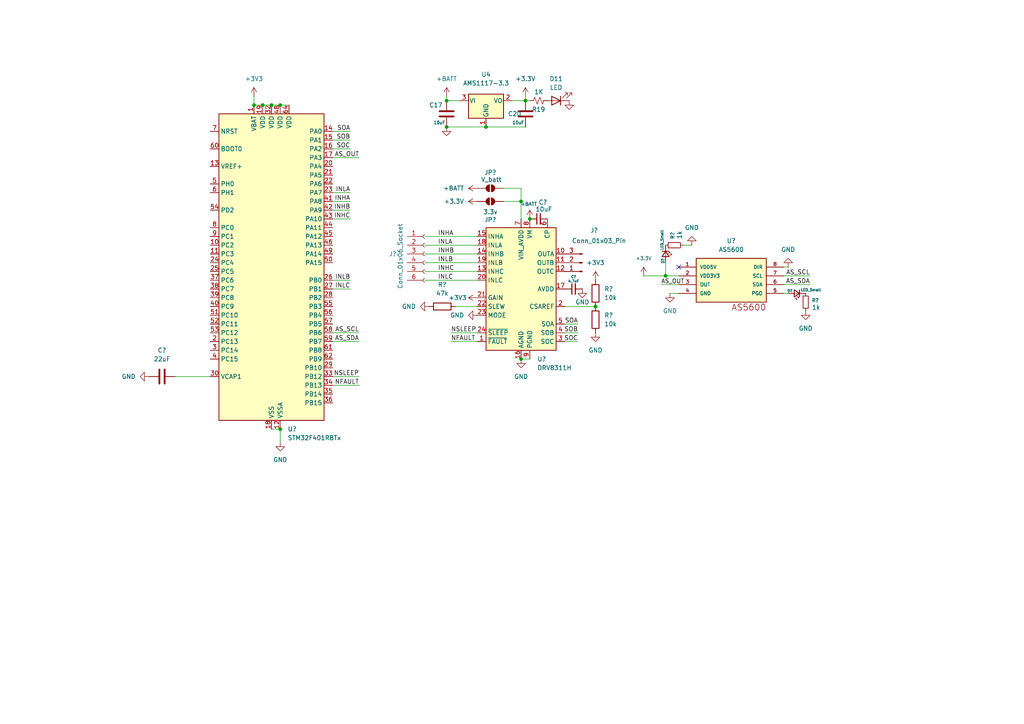
<source format=kicad_sch>
(kicad_sch (version 20250114) (generator "eeschema") (generator_version "9.0")
  (paper "A4")
  (title_block (title "FOC Controller"))
  (lib_symbols
    (symbol "+3.3V_1" (power) (pin_numbers (hide yes)) (pin_names (offset 0) (hide yes))
      (property "Value" "+3.3V" (at 0 3.556 0))
      (symbol "+3.3V_1_0_1"
        (polyline (pts (xy -0.762 1.27) (xy 0 2.54)))
        (polyline (pts (xy 0 2.54) (xy 0.762 1.27)))
        (polyline (pts (xy 0 0) (xy 0 2.54)))
      )
      (symbol "+3.3V_1_1_1"
        (pin power_in line (at 0 0 90) (length 0) (name "~") (number "1"))
      )
    )
    (symbol "+3.3V_2" (power) (pin_numbers (hide yes)) (pin_names (offset 0) (hide yes))
      (property "Value" "+3.3V" (at 0 3.556 0))
      (symbol "+3.3V_2_0_1"
        (polyline (pts (xy -0.762 1.27) (xy 0 2.54)))
        (polyline (pts (xy 0 2.54) (xy 0.762 1.27)))
        (polyline (pts (xy 0 0) (xy 0 2.54)))
      )
      (symbol "+3.3V_2_1_1"
        (pin power_in line (at 0 0 90) (length 0) (name "~") (number "1"))
      )
    )
    (symbol "AS5600:AS5600" (pin_names (offset 1.016))
      (property "Reference" "U" (at 0 0 0))
      (property "Value" "AS5600" (at 0 0 0))
      (symbol "AS5600_0_0"
        (rectangle (start -10.16 -7.62) (end 10.16 5.08) (stroke (width 0.254)) (fill (type background)))
        (text "AS5600" (at 0 -10.16 0) (effects (font (size 1.778 1.778)) (justify left bottom)))
        (pin power_in line (at -15.24 2.54 0) (length 5.08) (name "VDD5V") (number "1"))
        (pin power_in line (at -15.24 0 0) (length 5.08) (name "VDD3V3") (number "2"))
        (pin output line (at -15.24 -2.54 0) (length 5.08) (name "OUT") (number "3"))
        (pin power_in line (at -15.24 -5.08 0) (length 5.08) (name "GND") (number "4"))
        (pin input line (at 15.24 2.54 180) (length 5.08) (name "DIR") (number "8"))
        (pin input line (at 15.24 0 180) (length 5.08) (name "SCL") (number "7"))
        (pin bidirectional line (at 15.24 -2.54 180) (length 5.08) (name "SDA") (number "6"))
        (pin input line (at 15.24 -5.08 180) (length 5.08) (name "PGO") (number "5"))
      )
    )
    (symbol "Connector:Conn_01x03_Pin" (pin_names (offset 1.016) (hide yes))
      (property "Reference" "J" (at 0 5.08 0))
      (property "Value" "Conn_01x03_Pin" (at 0 -5.08 0))
      (symbol "Conn_01x03_Pin_1_1"
        (rectangle (start 0.8636 2.667) (end 0 2.413) (stroke (width 0.1524)) (fill (type outline)))
        (rectangle (start 0.8636 0.127) (end 0 -0.127) (stroke (width 0.1524)) (fill (type outline)))
        (rectangle (start 0.8636 -2.413) (end 0 -2.667) (stroke (width 0.1524)) (fill (type outline)))
        (polyline (pts (xy 1.27 2.54) (xy 0.8636 2.54)) (stroke (width 0.1524)))
        (polyline (pts (xy 1.27 0) (xy 0.8636 0)) (stroke (width 0.1524)))
        (polyline (pts (xy 1.27 -2.54) (xy 0.8636 -2.54)) (stroke (width 0.1524)))
        (pin passive line (at 5.08 2.54 180) (length 3.81) (name "Pin_1") (number "1"))
        (pin passive line (at 5.08 0 180) (length 3.81) (name "Pin_2") (number "2"))
        (pin passive line (at 5.08 -2.54 180) (length 3.81) (name "Pin_3") (number "3"))
      )
    )
    (symbol "Connector:Conn_01x06_Socket" (pin_names (offset 1.016) (hide yes))
      (property "Reference" "J" (at 0 7.62 0))
      (property "Value" "Conn_01x06_Socket" (at 0 -10.16 0))
      (symbol "Conn_01x06_Socket_1_1"
        (polyline (pts (xy -1.27 5.08) (xy -0.508 5.08)) (stroke (width 0.1524)))
        (polyline (pts (xy -1.27 2.54) (xy -0.508 2.54)) (stroke (width 0.1524)))
        (polyline (pts (xy -1.27 0) (xy -0.508 0)) (stroke (width 0.1524)))
        (polyline (pts (xy -1.27 -2.54) (xy -0.508 -2.54)) (stroke (width 0.1524)))
        (polyline (pts (xy -1.27 -5.08) (xy -0.508 -5.08)) (stroke (width 0.1524)))
        (polyline (pts (xy -1.27 -7.62) (xy -0.508 -7.62)) (stroke (width 0.1524)))
        (arc (start 0 4.572) (mid -0.5058 5.08) (end 0 5.588) (stroke (width 0.1524)))
        (arc (start 0 2.032) (mid -0.5058 2.54) (end 0 3.048) (stroke (width 0.1524)))
        (arc (start 0 -0.508) (mid -0.5058 0) (end 0 0.508) (stroke (width 0.1524)))
        (arc (start 0 -3.048) (mid -0.5058 -2.54) (end 0 -2.032) (stroke (width 0.1524)))
        (arc (start 0 -5.588) (mid -0.5058 -5.08) (end 0 -4.572) (stroke (width 0.1524)))
        (arc (start 0 -8.128) (mid -0.5058 -7.62) (end 0 -7.112) (stroke (width 0.1524)))
        (pin passive line (at -5.08 5.08 0) (length 3.81) (name "Pin_1") (number "1"))
        (pin passive line (at -5.08 2.54 0) (length 3.81) (name "Pin_2") (number "2"))
        (pin passive line (at -5.08 0 0) (length 3.81) (name "Pin_3") (number "3"))
        (pin passive line (at -5.08 -2.54 0) (length 3.81) (name "Pin_4") (number "4"))
        (pin passive line (at -5.08 -5.08 0) (length 3.81) (name "Pin_5") (number "5"))
        (pin passive line (at -5.08 -7.62 0) (length 3.81) (name "Pin_6") (number "6"))
      )
    )
    (symbol "Device:C" (pin_numbers (hide yes)) (pin_names (offset 0.254))
      (property "Reference" "C" (at 0.635 2.54 0))
      (property "Value" "C" (at 0.635 -2.54 0))
      (symbol "C_0_1"
        (polyline (pts (xy -2.032 0.762) (xy 2.032 0.762)) (stroke (width 0.508)))
        (polyline (pts (xy -2.032 -0.762) (xy 2.032 -0.762)) (stroke (width 0.508)))
      )
      (symbol "C_1_1"
        (pin passive line (at 0 3.81 270) (length 2.794) (name "~") (number "1"))
        (pin passive line (at 0 -3.81 90) (length 2.794) (name "~") (number "2"))
      )
    )
    (symbol "Device:C_Small" (pin_numbers (hide yes)) (pin_names (offset 0.254) (hide yes))
      (property "Reference" "C" (at 0.254 1.778 0))
      (property "Value" "C_Small" (at 0.254 -2.032 0))
      (symbol "C_Small_0_1"
        (polyline (pts (xy -1.524 0.508) (xy 1.524 0.508)) (stroke (width 0.3048)))
        (polyline (pts (xy -1.524 -0.508) (xy 1.524 -0.508)) (stroke (width 0.3302)))
      )
      (symbol "C_Small_1_1"
        (pin passive line (at 0 2.54 270) (length 2.032) (name "~") (number "1"))
        (pin passive line (at 0 -2.54 90) (length 2.032) (name "~") (number "2"))
      )
    )
    (symbol "Device:LED" (pin_numbers (hide yes)) (pin_names (offset 1.016) (hide yes))
      (property "Reference" "D" (at 0 2.54 0))
      (property "Value" "LED" (at 0 -2.54 0))
      (symbol "LED_0_1"
        (polyline (pts (xy -3.048 -0.762) (xy -4.572 -2.286) (xy -3.81 -2.286) (xy -4.572 -2.286) (xy -4.572 -1.524)))
        (polyline (pts (xy -1.778 -0.762) (xy -3.302 -2.286) (xy -2.54 -2.286) (xy -3.302 -2.286) (xy -3.302 -1.524)))
        (polyline (pts (xy -1.27 0) (xy 1.27 0)))
        (polyline (pts (xy -1.27 -1.27) (xy -1.27 1.27)) (stroke (width 0.254)))
        (polyline (pts (xy 1.27 -1.27) (xy 1.27 1.27) (xy -1.27 0) (xy 1.27 -1.27)) (stroke (width 0.254)))
      )
      (symbol "LED_1_1"
        (pin passive line (at -3.81 0 0) (length 2.54) (name "K") (number "1"))
        (pin passive line (at 3.81 0 180) (length 2.54) (name "A") (number "2"))
      )
    )
    (symbol "Device:LED_Small" (pin_numbers (hide yes)) (pin_names (offset 0.254) (hide yes))
      (property "Reference" "D" (at -1.27 3.175 0))
      (property "Value" "LED_Small" (at -4.445 -2.54 0))
      (symbol "LED_Small_0_1"
        (polyline (pts (xy -0.762 -1.016) (xy -0.762 1.016)) (stroke (width 0.254)))
        (polyline (pts (xy 0 0.762) (xy -0.508 1.27) (xy -0.254 1.27) (xy -0.508 1.27) (xy -0.508 1.016)))
        (polyline (pts (xy 0.508 1.27) (xy 0 1.778) (xy 0.254 1.778) (xy 0 1.778) (xy 0 1.524)))
        (polyline (pts (xy 0.762 -1.016) (xy -0.762 0) (xy 0.762 1.016) (xy 0.762 -1.016)) (stroke (width 0.254)))
        (polyline (pts (xy 1.016 0) (xy -0.762 0)))
      )
      (symbol "LED_Small_1_1"
        (pin passive line (at -2.54 0 0) (length 1.778) (name "K") (number "1"))
        (pin passive line (at 2.54 0 180) (length 1.778) (name "A") (number "2"))
      )
    )
    (symbol "Device:R" (pin_numbers (hide yes)) (pin_names (offset 0))
      (property "Reference" "R" (at 2.032 0 90))
      (property "Value" "R" (at 0 0 90))
      (symbol "R_0_1"
        (rectangle (start -1.016 -2.54) (end 1.016 2.54) (stroke (width 0.254)))
      )
      (symbol "R_1_1"
        (pin passive line (at 0 3.81 270) (length 1.27) (name "~") (number "1"))
        (pin passive line (at 0 -3.81 90) (length 1.27) (name "~") (number "2"))
      )
    )
    (symbol "Device:R_Small" (pin_numbers (hide yes)) (pin_names (offset 0.254) (hide yes))
      (property "Reference" "R" (at 0 0 90))
      (property "Value" "R_Small" (at 1.778 0 90))
      (symbol "R_Small_0_1"
        (rectangle (start -0.762 1.778) (end 0.762 -1.778) (stroke (width 0.2032)))
      )
      (symbol "R_Small_1_1"
        (pin passive line (at 0 2.54 270) (length 0.762) (name "~") (number "1"))
        (pin passive line (at 0 -2.54 90) (length 0.762) (name "~") (number "2"))
      )
    )
    (symbol "Device:R_Small_US" (pin_numbers (hide yes)) (pin_names (offset 0.254) (hide yes))
      (property "Reference" "R" (at 0.762 0.508 0))
      (property "Value" "R_Small_US" (at 0.762 -1.016 0))
      (symbol "R_Small_US_1_1"
        (polyline (pts (xy 0 1.524) (xy 1.016 1.143) (xy 0 0.762) (xy -1.016 0.381) (xy 0 0)))
        (polyline (pts (xy 0 0) (xy 1.016 -0.381) (xy 0 -0.762) (xy -1.016 -1.143) (xy 0 -1.524)))
        (pin passive line (at 0 2.54 270) (length 1.016) (name "~") (number "1"))
        (pin passive line (at 0 -2.54 90) (length 1.016) (name "~") (number "2"))
      )
    )
    (symbol "Driver_Motor:DRV8311H"
      (property "Reference" "U" (at -9.652 19.05 0))
      (property "Value" "DRV8311H" (at 9.652 19.05 0))
      (symbol "DRV8311H_0_1"
        (rectangle (start -10.16 17.78) (end 10.16 -17.78) (stroke (width 0.254)) (fill (type background)))
      )
      (symbol "DRV8311H_1_1"
        (pin input line (at -12.7 15.24 0) (length 2.54) (name "INHA") (number "15"))
        (pin input line (at -12.7 12.7 0) (length 2.54) (name "INLA") (number "18"))
        (pin input line (at -12.7 10.16 0) (length 2.54) (name "INHB") (number "14"))
        (pin input line (at -12.7 7.62 0) (length 2.54) (name "INLB") (number "19"))
        (pin input line (at -12.7 5.08 0) (length 2.54) (name "INHC") (number "13"))
        (pin input line (at -12.7 2.54 0) (length 2.54) (name "INLC") (number "20"))
        (pin input line (at -12.7 -2.54 0) (length 2.54) (name "GAIN") (number "21"))
        (pin input line (at -12.7 -5.08 0) (length 2.54) (name "SLEW") (number "22"))
        (pin input line (at -12.7 -7.62 0) (length 2.54) (name "MODE") (number "23"))
        (pin input line (at -12.7 -12.7 0) (length 2.54) (name "~{SLEEP}") (number "24"))
        (pin open_collector line (at -12.7 -15.24 0) (length 2.54) (name "~{FAULT}") (number "1"))
        (pin power_in line (at 0 20.32 270) (length 2.54) (name "VIN_AVDD") (number "7"))
        (pin power_in line (at 0 -20.32 90) (length 2.54) (name "AGND") (number "16"))
        (pin power_in line (at 2.54 20.32 270) (length 2.54) (name "VM") (number "8"))
        (pin passive line (at 2.54 -20.32 90) (length 2.54) (hide yes) (name "PGND") (number "25"))
        (pin power_in line (at 2.54 -20.32 90) (length 2.54) (name "PGND") (number "9"))
        (pin input line (at 7.62 20.32 270) (length 2.54) (name "CP") (number "6"))
        (pin tri_state line (at 12.7 10.16 180) (length 2.54) (name "OUTA") (number "10"))
        (pin tri_state line (at 12.7 7.62 180) (length 2.54) (name "OUTB") (number "11"))
        (pin tri_state line (at 12.7 5.08 180) (length 2.54) (name "OUTC") (number "12"))
        (pin power_out line (at 12.7 0 180) (length 2.54) (name "AVDD") (number "17"))
        (pin input line (at 12.7 -5.08 180) (length 2.54) (name "CSAREF") (number "2"))
        (pin output line (at 12.7 -10.16 180) (length 2.54) (name "SOA") (number "5"))
        (pin output line (at 12.7 -12.7 180) (length 2.54) (name "SOB") (number "4"))
        (pin output line (at 12.7 -15.24 180) (length 2.54) (name "SOC") (number "3"))
      )
    )
    (symbol "Jumper:SolderJumper_2_Open" (pin_numbers (hide yes)) (pin_names (offset 0) (hide yes)) (in_bom no)
      (property "Reference" "JP" (at 0 2.032 0))
      (property "Value" "SolderJumper_2_Open" (at 0 -2.54 0))
      (symbol "SolderJumper_2_Open_0_1"
        (polyline (pts (xy -0.254 1.016) (xy -0.254 -1.016)))
        (arc (start -0.254 -1.016) (mid -1.2656 0) (end -0.254 1.016))
        (arc (start -0.254 -1.016) (mid -1.2656 0) (end -0.254 1.016) (fill (type outline)))
        (arc (start 0.254 1.016) (mid 1.2656 0) (end 0.254 -1.016))
        (arc (start 0.254 1.016) (mid 1.2656 0) (end 0.254 -1.016) (fill (type outline)))
        (polyline (pts (xy 0.254 1.016) (xy 0.254 -1.016)))
      )
      (symbol "SolderJumper_2_Open_1_1"
        (pin passive line (at -3.81 0 0) (length 2.54) (name "A") (number "1"))
        (pin passive line (at 3.81 0 180) (length 2.54) (name "B") (number "2"))
      )
    )
    (symbol "MCU_ST_STM32F4:STM32F401RBTx"
      (property "Reference" "U" (at -15.24 46.99 0))
      (property "Value" "STM32F401RBTx" (at 7.62 46.99 0))
      (symbol "STM32F401RBTx_0_1"
        (rectangle (start -15.24 -43.18) (end 15.24 45.72) (stroke (width 0.254)) (fill (type background)))
      )
      (symbol "STM32F401RBTx_1_1"
        (pin input line (at -17.78 40.64 0) (length 2.54) (name "NRST") (number "7"))
        (pin input line (at -17.78 35.56 0) (length 2.54) (name "BOOT0") (number "60"))
        (pin input line (at -17.78 30.48 0) (length 2.54) (name "VREF+") (number "13"))
        (pin bidirectional line (at -17.78 25.4 0) (length 2.54) (name "PH0") (number "5"))
        (pin bidirectional line (at -17.78 22.86 0) (length 2.54) (name "PH1") (number "6"))
        (pin bidirectional line (at -17.78 17.78 0) (length 2.54) (name "PD2") (number "54"))
        (pin bidirectional line (at -17.78 12.7 0) (length 2.54) (name "PC0") (number "8"))
        (pin bidirectional line (at -17.78 10.16 0) (length 2.54) (name "PC1") (number "9"))
        (pin bidirectional line (at -17.78 7.62 0) (length 2.54) (name "PC2") (number "10"))
        (pin bidirectional line (at -17.78 5.08 0) (length 2.54) (name "PC3") (number "11"))
        (pin bidirectional line (at -17.78 2.54 0) (length 2.54) (name "PC4") (number "24"))
        (pin bidirectional line (at -17.78 0 0) (length 2.54) (name "PC5") (number "25"))
        (pin bidirectional line (at -17.78 -2.54 0) (length 2.54) (name "PC6") (number "37"))
        (pin bidirectional line (at -17.78 -5.08 0) (length 2.54) (name "PC7") (number "38"))
        (pin bidirectional line (at -17.78 -7.62 0) (length 2.54) (name "PC8") (number "39"))
        (pin bidirectional line (at -17.78 -10.16 0) (length 2.54) (name "PC9") (number "40"))
        (pin bidirectional line (at -17.78 -12.7 0) (length 2.54) (name "PC10") (number "51"))
        (pin bidirectional line (at -17.78 -15.24 0) (length 2.54) (name "PC11") (number "52"))
        (pin bidirectional line (at -17.78 -17.78 0) (length 2.54) (name "PC12") (number "53"))
        (pin bidirectional line (at -17.78 -20.32 0) (length 2.54) (name "PC13") (number "2"))
        (pin bidirectional line (at -17.78 -22.86 0) (length 2.54) (name "PC14") (number "3"))
        (pin bidirectional line (at -17.78 -25.4 0) (length 2.54) (name "PC15") (number "4"))
        (pin power_out line (at -17.78 -30.48 0) (length 2.54) (name "VCAP1") (number "30"))
        (pin power_in line (at -5.08 48.26 270) (length 2.54) (name "VBAT") (number "1"))
        (pin power_in line (at -2.54 48.26 270) (length 2.54) (name "VDD") (number "19"))
        (pin power_in line (at 0 48.26 270) (length 2.54) (name "VDD") (number "32"))
        (pin power_in line (at 0 -45.72 90) (length 2.54) (name "VSS") (number "18"))
        (pin passive line (at 0 -45.72 90) (length 2.54) (hide yes) (name "VSS") (number "31"))
        (pin passive line (at 0 -45.72 90) (length 2.54) (hide yes) (name "VSS") (number "47"))
        (pin passive line (at 0 -45.72 90) (length 2.54) (hide yes) (name "VSS") (number "63"))
        (pin power_in line (at 2.54 48.26 270) (length 2.54) (name "VDD") (number "48"))
        (pin power_in line (at 2.54 -45.72 90) (length 2.54) (name "VSSA") (number "12"))
        (pin power_in line (at 5.08 48.26 270) (length 2.54) (name "VDD") (number "64"))
        (pin bidirectional line (at 17.78 40.64 180) (length 2.54) (name "PA0") (number "14"))
        (pin bidirectional line (at 17.78 38.1 180) (length 2.54) (name "PA1") (number "15"))
        (pin bidirectional line (at 17.78 35.56 180) (length 2.54) (name "PA2") (number "16"))
        (pin bidirectional line (at 17.78 33.02 180) (length 2.54) (name "PA3") (number "17"))
        (pin bidirectional line (at 17.78 30.48 180) (length 2.54) (name "PA4") (number "20"))
        (pin bidirectional line (at 17.78 27.94 180) (length 2.54) (name "PA5") (number "21"))
        (pin bidirectional line (at 17.78 25.4 180) (length 2.54) (name "PA6") (number "22"))
        (pin bidirectional line (at 17.78 22.86 180) (length 2.54) (name "PA7") (number "23"))
        (pin bidirectional line (at 17.78 20.32 180) (length 2.54) (name "PA8") (number "41"))
        (pin bidirectional line (at 17.78 17.78 180) (length 2.54) (name "PA9") (number "42"))
        (pin bidirectional line (at 17.78 15.24 180) (length 2.54) (name "PA10") (number "43"))
        (pin bidirectional line (at 17.78 12.7 180) (length 2.54) (name "PA11") (number "44"))
        (pin bidirectional line (at 17.78 10.16 180) (length 2.54) (name "PA12") (number "45"))
        (pin bidirectional line (at 17.78 7.62 180) (length 2.54) (name "PA13") (number "46"))
        (pin bidirectional line (at 17.78 5.08 180) (length 2.54) (name "PA14") (number "49"))
        (pin bidirectional line (at 17.78 2.54 180) (length 2.54) (name "PA15") (number "50"))
        (pin bidirectional line (at 17.78 -2.54 180) (length 2.54) (name "PB0") (number "26"))
        (pin bidirectional line (at 17.78 -5.08 180) (length 2.54) (name "PB1") (number "27"))
        (pin bidirectional line (at 17.78 -7.62 180) (length 2.54) (name "PB2") (number "28"))
        (pin bidirectional line (at 17.78 -10.16 180) (length 2.54) (name "PB3") (number "55"))
        (pin bidirectional line (at 17.78 -12.7 180) (length 2.54) (name "PB4") (number "56"))
        (pin bidirectional line (at 17.78 -15.24 180) (length 2.54) (name "PB5") (number "57"))
        (pin bidirectional line (at 17.78 -17.78 180) (length 2.54) (name "PB6") (number "58"))
        (pin bidirectional line (at 17.78 -20.32 180) (length 2.54) (name "PB7") (number "59"))
        (pin bidirectional line (at 17.78 -22.86 180) (length 2.54) (name "PB8") (number "61"))
        (pin bidirectional line (at 17.78 -25.4 180) (length 2.54) (name "PB9") (number "62"))
        (pin bidirectional line (at 17.78 -27.94 180) (length 2.54) (name "PB10") (number "29"))
        (pin bidirectional line (at 17.78 -30.48 180) (length 2.54) (name "PB12") (number "33"))
        (pin bidirectional line (at 17.78 -33.02 180) (length 2.54) (name "PB13") (number "34"))
        (pin bidirectional line (at 17.78 -35.56 180) (length 2.54) (name "PB14") (number "35"))
        (pin bidirectional line (at 17.78 -38.1 180) (length 2.54) (name "PB15") (number "36"))
      )
    )
    (symbol "Regulator_Linear:AMS1117-3.3" (pin_names (offset 0.254))
      (property "Reference" "U" (at -3.81 3.175 0))
      (property "Value" "AMS1117-3.3" (at 0 3.175 0))
      (symbol "AMS1117-3.3_0_1"
        (rectangle (start -5.08 -5.08) (end 5.08 1.905) (stroke (width 0.254)) (fill (type background)))
      )
      (symbol "AMS1117-3.3_1_1"
        (pin power_in line (at -7.62 0 0) (length 2.54) (name "VI") (number "3"))
        (pin power_in line (at 0 -7.62 90) (length 2.54) (name "GND") (number "1"))
        (pin power_out line (at 7.62 0 180) (length 2.54) (name "VO") (number "2"))
      )
    )
    (symbol "power:+3.3V" (power) (pin_names (offset 0))
      (property "Value" "+3.3V" (at 0 3.556 0))
      (symbol "+3.3V_0_1"
        (polyline (pts (xy -0.762 1.27) (xy 0 2.54)))
        (polyline (pts (xy 0 2.54) (xy 0.762 1.27)))
        (polyline (pts (xy 0 0) (xy 0 2.54)))
      )
      (symbol "+3.3V_1_1"
        (pin power_in line (at 0 0 90) (length 0) (hide yes) (name "+3.3V") (number "1"))
      )
    )
    (symbol "power:+3V3" (power) (pin_numbers (hide yes)) (pin_names (offset 0) (hide yes))
      (property "Value" "+3V3" (at 0 3.556 0))
      (symbol "+3V3_0_1"
        (polyline (pts (xy -0.762 1.27) (xy 0 2.54)))
        (polyline (pts (xy 0 2.54) (xy 0.762 1.27)))
        (polyline (pts (xy 0 0) (xy 0 2.54)))
      )
      (symbol "+3V3_1_1"
        (pin power_in line (at 0 0 90) (length 0) (name "~") (number "1"))
      )
    )
    (symbol "power:+BATT" (power) (pin_numbers (hide yes)) (pin_names (offset 0) (hide yes))
      (property "Value" "+BATT" (at 0 3.556 0))
      (symbol "+BATT_0_1"
        (polyline (pts (xy -0.762 1.27) (xy 0 2.54)))
        (polyline (pts (xy 0 2.54) (xy 0.762 1.27)))
        (polyline (pts (xy 0 0) (xy 0 2.54)))
      )
      (symbol "+BATT_1_1"
        (pin power_in line (at 0 0 90) (length 0) (name "~") (number "1"))
      )
    )
    (symbol "power:GND" (power) (pin_numbers (hide yes)) (pin_names (offset 0) (hide yes))
      (property "Value" "GND" (at 0 -3.81 0))
      (symbol "GND_0_1"
        (polyline (pts (xy 0 0) (xy 0 -1.27) (xy 1.27 -1.27) (xy 0 -2.54) (xy -1.27 -1.27) (xy 0 -1.27)))
      )
      (symbol "GND_1_1"
        (pin power_in line (at 0 0 270) (length 0) (name "~") (number "1"))
      )
    )
  )
  (junction (at 172.72 88.9))
  (junction (at 76.2 30.48))
  (junction (at 151.13 58.42))
  (junction (at 78.74 30.48))
  (junction (at 153.67 63.5))
  (junction (at 81.28 30.48))
  (junction (at 81.28 124.46))
  (junction (at 129.54 29.21))
  (junction (at 140.97 36.83))
  (junction (at 151.13 104.14))
  (junction (at 193.04 80.01))
  (junction (at 73.66 30.48))
  (junction (at 129.54 36.83))
  (junction (at 152.4 29.21))
  (no_connect (at 196.85 77.47))
  (wire (pts (xy 186.69 80.01) (xy 193.04 80.01)))
  (wire (pts (xy 193.04 76.2) (xy 193.04 80.01)))
  (wire (pts (xy 96.52 96.52) (xy 104.14 96.52)))
  (wire (pts (xy 96.52 63.5) (xy 101.6 63.5)))
  (wire (pts (xy 96.52 38.1) (xy 101.6 38.1)))
  (wire (pts (xy 78.74 124.46) (xy 81.28 124.46)))
  (wire (pts (xy 81.28 124.46) (xy 81.28 128.27)))
  (wire (pts (xy 167.64 99.06) (xy 163.83 99.06)))
  (wire (pts (xy 96.52 45.72) (xy 104.14 45.72)))
  (wire (pts (xy 96.52 43.18) (xy 101.6 43.18)))
  (wire (pts (xy 151.13 104.14) (xy 153.67 104.14)))
  (wire (pts (xy 123.19 76.2) (xy 138.43 76.2)))
  (wire (pts (xy 163.83 88.9) (xy 172.72 88.9)))
  (wire (pts (xy 152.4 27.94) (xy 152.4 29.21)))
  (wire (pts (xy 129.54 27.94) (xy 129.54 29.21)))
  (wire (pts (xy 227.33 85.09) (xy 228.6 85.09)))
  (wire (pts (xy 167.64 96.52) (xy 163.83 96.52)))
  (wire (pts (xy 157.48 29.21) (xy 158.75 29.21)))
  (wire (pts (xy 96.52 60.96) (xy 101.6 60.96)))
  (wire (pts (xy 234.95 82.55) (xy 227.33 82.55)))
  (wire (pts (xy 193.04 80.01) (xy 196.85 80.01)))
  (wire (pts (xy 76.2 30.48) (xy 78.74 30.48)))
  (wire (pts (xy 129.54 29.21) (xy 133.35 29.21)))
  (wire (pts (xy 123.19 71.12) (xy 138.43 71.12)))
  (wire (pts (xy 73.66 27.94) (xy 73.66 30.48)))
  (wire (pts (xy 123.19 73.66) (xy 138.43 73.66)))
  (wire (pts (xy 234.95 80.01) (xy 227.33 80.01)))
  (wire (pts (xy 123.19 68.58) (xy 138.43 68.58)))
  (wire (pts (xy 151.13 58.42) (xy 151.13 63.5)))
  (wire (pts (xy 101.6 81.28) (xy 96.52 81.28)))
  (wire (pts (xy 130.81 96.52) (xy 138.43 96.52)))
  (wire (pts (xy 81.28 30.48) (xy 83.82 30.48)))
  (wire (pts (xy 78.74 30.48) (xy 81.28 30.48)))
  (wire (pts (xy 146.05 58.42) (xy 151.13 58.42)))
  (wire (pts (xy 167.64 93.98) (xy 163.83 93.98)))
  (wire (pts (xy 151.13 54.61) (xy 151.13 58.42)))
  (wire (pts (xy 129.54 36.83) (xy 140.97 36.83)))
  (wire (pts (xy 96.52 99.06) (xy 104.14 99.06)))
  (wire (pts (xy 132.08 88.9) (xy 138.43 88.9)))
  (wire (pts (xy 50.8 109.22) (xy 60.96 109.22)))
  (wire (pts (xy 96.52 58.42) (xy 101.6 58.42)))
  (wire (pts (xy 191.77 82.55) (xy 196.85 82.55)))
  (wire (pts (xy 96.52 55.88) (xy 101.6 55.88)))
  (wire (pts (xy 198.12 71.12) (xy 200.66 71.12)))
  (wire (pts (xy 104.14 111.76) (xy 96.52 111.76)))
  (wire (pts (xy 146.05 54.61) (xy 151.13 54.61)))
  (wire (pts (xy 227.33 77.47) (xy 228.6 77.47)))
  (wire (pts (xy 140.97 36.83) (xy 152.4 36.83)))
  (wire (pts (xy 104.14 109.22) (xy 96.52 109.22)))
  (wire (pts (xy 96.52 40.64) (xy 101.6 40.64)))
  (wire (pts (xy 153.67 29.21) (xy 152.4 29.21)))
  (wire (pts (xy 101.6 83.82) (xy 96.52 83.82)))
  (wire (pts (xy 73.66 30.48) (xy 76.2 30.48)))
  (wire (pts (xy 194.31 85.09) (xy 196.85 85.09)))
  (wire (pts (xy 123.19 78.74) (xy 138.43 78.74)))
  (wire (pts (xy 130.81 99.06) (xy 138.43 99.06)))
  (wire (pts (xy 123.19 81.28) (xy 138.43 81.28)))
  (wire (pts (xy 148.59 29.21) (xy 152.4 29.21)))
  (label "INHA" (at 127 68.58 0))
  (label "INLA" (at 127 71.12 0))
  (label "SOA" (at 101.6 38.1 180))
  (label "SOB" (at 167.64 96.52 180))
  (label "INHB" (at 127 73.66 0))
  (label "NSLEEP" (at 104.14 109.22 180))
  (label "INHA" (at 101.6 58.42 180))
  (label "AS_SDA" (at 234.95 82.55 180))
  (label "AS_SCL" (at 104.14 96.52 180))
  (label "AS_OUT" (at 104.14 45.72 180))
  (label "AS_SDA" (at 104.14 99.06 180))
  (label "AS_SCL" (at 234.95 80.01 180))
  (label "INLB" (at 127 76.2 0))
  (label "INLB" (at 101.6 81.28 180))
  (label "AS_OUT" (at 191.77 82.55 0) (effects (font (size 1.2 1.2))))
  (label "SOB" (at 101.6 40.64 180))
  (label "INLC" (at 127 81.28 0))
  (label "NSLEEP" (at 130.81 96.52 0))
  (label "SOC" (at 101.6 43.18 180))
  (label "INLC" (at 101.6 83.82 180))
  (label "INLA" (at 101.6 55.88 180))
  (label "INHB" (at 101.6 60.96 180))
  (label "NFAULT" (at 104.14 111.76 180))
  (label "INHC" (at 101.6 63.5 180))
  (label "SOC" (at 167.64 99.06 180))
  (label "SOA" (at 167.64 93.98 180))
  (label "INHC" (at 127 78.74 0))
  (label "NFAULT" (at 130.81 99.06 0))
  (symbol (lib_id "Driver_Motor:DRV8311H") (at 151.13 83.82 0) (unit 1)
    (property "Reference" "U?" (at 155.8133 104.14 0) (effects (justify left)))
    (property "Value" "DRV8311H" (at 155.8133 106.68 0) (effects (justify left)))
    (property "Footprint" "Package_DFN_QFN:Texas_RRW0024A_WQFN-24-1EP_3x3mm_P0.4mm_EP1.9x1.9mm" (effects (hide yes)))
    (property "Datasheet" "https://www.ti.com/lit/ds/symlink/drv8311.pdf" (effects (hide yes)))
    (property "Description" "Three-Phase PWM Motor Driver, 3-20V supply, 5A peak current, hardware interface, WQFN-24" (effects (hide yes)))
    (property private "KLC_S4.4_AVDD" "This is the output of the 3.3V internal regulator" (effects (hide yes)))
  )
  (symbol (lib_id "power:GND") (at 124.46 88.9 270) (unit 1)
    (property "Reference" "#PWR08" (effects (hide yes)))
    (property "Value" "GND" (at 120.65 88.8999 90) (effects (justify right)))
    (property "Description" "Power symbol creates a global label with name \"GND\" , ground" (effects (hide yes)))
  )
  (symbol (lib_id "MCU_ST_STM32F4:STM32F401RBTx") (at 78.74 78.74 0) (unit 1)
    (property "Reference" "U?" (at 83.4233 124.46 0) (effects (justify left)))
    (property "Value" "STM32F401RBTx" (at 83.4233 127 0) (effects (justify left)))
    (property "Footprint" "Package_QFP:LQFP-64_10x10mm_P0.5mm" (effects (hide yes)))
    (property "Datasheet" "https://www.st.com/resource/en/datasheet/stm32f401rb.pdf" (effects (hide yes)))
    (property "Description" "STMicroelectronics Arm Cortex-M4 MCU, 128KB flash, 64KB RAM, 84 MHz, 1.7-3.6V, 50 GPIO, LQFP64" (effects (hide yes)))
  )
  (symbol (lib_id "AS5600:AS5600") (at 212.09 80.01 0) (unit 1)
    (property "Reference" "U?" (at 212.0974 69.85 0))
    (property "Value" "AS5600" (at 212.0974 72.39 0))
    (property "Footprint" "AS5600:SOIC8" (effects (hide yes)))
    (property "MF" "Ams AG" (effects (hide yes)))
    (property "Description_1" "Hall Effect Sensor Rotary Position External Magnet, Not Included Gull Wing" (effects (hide yes)))
    (property "Package" "None" (effects (hide yes)))
    (property "Price" "None" (effects (hide yes)))
    (property "SnapEDA_Link" "https://www.snapeda.com/parts/AS5600/ams/view-part/?ref=snap" (effects (hide yes)))
    (property "MP" "AS5600" (effects (hide yes)))
    (property "Availability" "Not in stock" (effects (hide yes)))
    (property "Check_prices" "https://www.snapeda.com/parts/AS5600/ams/view-part/?ref=eda" (effects (hide yes)))
  )
  (symbol (lib_id "Device:LED_Small") (at 231.14 85.09 180) (unit 1)
    (property "Reference" "D?" (at 229.108 84.328 0) (effects (font (size 0.75 0.75))))
    (property "Value" "LED_Small" (at 235.204 84.074 0) (effects (font (size 0.75 0.75))))
    (property "Description" "Light emitting diode, small symbol" (effects (hide yes)))
    (property "Sim.Pins" "1=K 2=A" (effects (hide yes)))
  )
  (symbol (lib_id "Device:C_Small") (at 166.37 83.82 90) (unit 1)
    (property "Reference" "C?" (at 166.37 80.264 90) (effects (font (size 0.75 0.75))))
    (property "Value" "4.7uF" (at 166.37 81.534 90) (effects (font (size 0.75 0.75))))
    (property "Description" "Unpolarized capacitor, small symbol" (effects (hide yes)))
  )
  (symbol (lib_id "Device:R_Small") (at 195.58 71.12 270) (unit 1)
    (property "Reference" "R?" (at 195.072 69.342 0) (effects (font (size 1.016 1.016)) (justify right)))
    (property "Value" "1k" (at 197.104 69.342 0) (effects (justify right)))
    (property "Description" "Resistor, small symbol" (effects (hide yes)))
  )
  (symbol (lib_id "Device:R") (at 172.72 85.09 0) (unit 1)
    (property "Reference" "R?" (at 175.26 83.8199 0) (effects (justify left)))
    (property "Value" "10k" (at 175.26 86.3599 0) (effects (justify left)))
    (property "Description" "Resistor" (effects (hide yes)))
  )
  (symbol (lib_id "Connector:Conn_01x03_Pin") (at 168.91 76.2 180) (unit 1)
    (property "Reference" "J?" (at 171.196 66.802 0) (effects (justify right)))
    (property "Value" "Conn_01x03_Pin" (at 165.862 69.85 0) (effects (justify right)))
    (property "Description" "Generic connector, single row, 01x03, script generated" (effects (hide yes)))
  )
  (symbol (lib_id "power:GND") (at 172.72 96.52 0) (unit 1)
    (property "Reference" "#PWR05" (effects (hide yes)))
    (property "Value" "GND" (at 172.72 101.6 0))
    (property "Description" "Power symbol creates a global label with name \"GND\" , ground" (effects (hide yes)))
  )
  (symbol (lib_id "Device:LED") (at 161.29 29.21 180) (unit 1)
    (property "Reference" "D11" (at 161.29 22.86 0))
    (property "Value" "LED" (at 161.29 25.4 0))
    (property "Footprint" "LED_SMD:LED_0805_2012Metric_Pad1.15x1.40mm_HandSolder" (effects (hide yes)))
  )
  (symbol (lib_id "Device:C") (at 46.99 109.22 90) (unit 1)
    (property "Reference" "C?" (at 46.99 101.6 90))
    (property "Value" "22uF" (at 46.99 104.14 90))
    (property "Description" "Unpolarized capacitor" (effects (hide yes)))
  )
  (symbol (lib_id "power:GND") (at 129.54 36.83 0) (unit 1)
    (property "Reference" "#PWR0148" (effects (hide yes)))
    (property "Value" "GND" (effects (hide yes)))
  )
  (symbol (lib_id "power:+BATT") (at 138.43 54.61 90) (unit 1)
    (property "Reference" "#PWR018" (effects (hide yes)))
    (property "Value" "+BATT" (at 134.62 54.6099 90) (effects (justify left)))
    (property "Description" "Power symbol creates a global label with name \"+BATT\"" (effects (hide yes)))
  )
  (symbol (lib_id "Jumper:SolderJumper_2_Open") (at 142.24 54.61 0) (unit 1) (in_bom no)
    (property "Reference" "JP?" (at 142.24 50.038 0))
    (property "Value" "V_batt" (at 142.494 52.07 0))
    (property "Description" "Solder Jumper, 2-pole, open" (effects (hide yes)))
  )
  (symbol (lib_id "power:GND") (at 138.43 91.44 270) (unit 1)
    (property "Reference" "#PWR06" (effects (hide yes)))
    (property "Value" "GND" (at 134.62 91.4399 90) (effects (justify right)))
    (property "Description" "Power symbol creates a global label with name \"GND\" , ground" (effects (hide yes)))
  )
  (symbol (lib_id "Device:R_Small") (at 233.68 87.63 180) (unit 1)
    (property "Reference" "R?" (at 235.458 87.122 0) (effects (font (size 1.016 1.016)) (justify right)))
    (property "Value" "1k" (at 235.458 89.154 0) (effects (justify right)))
    (property "Description" "Resistor, small symbol" (effects (hide yes)))
  )
  (symbol (lib_id "power:GND") (at 228.6 77.47 180) (unit 1)
    (property "Reference" "#PWR016" (effects (hide yes)))
    (property "Value" "GND" (at 228.6 72.39 0))
    (property "Description" "Power symbol creates a global label with name \"GND\" , ground" (effects (hide yes)))
  )
  (symbol (lib_id "Device:R_Small_US") (at 156.21 29.21 270) (unit 1)
    (property "Reference" "R19" (at 156.21 31.75 90))
    (property "Value" "1K" (at 154.94 26.67 90) (effects (justify left)))
    (property "Footprint" "Resistor_SMD:R_0805_2012Metric_Pad1.20x1.40mm_HandSolder" (effects (hide yes)))
  )
  (symbol (lib_id "power:GND") (at 233.68 90.17 0) (unit 1)
    (property "Reference" "#PWR017" (effects (hide yes)))
    (property "Value" "GND" (at 233.68 95.25 0))
    (property "Description" "Power symbol creates a global label with name \"GND\" , ground" (effects (hide yes)))
  )
  (symbol (lib_id "Device:C_Small") (at 156.21 63.5 90) (unit 1)
    (property "Reference" "C?" (at 157.48 58.674 90))
    (property "Value" "10uF" (at 157.734 60.706 90))
    (property "Description" "Unpolarized capacitor, small symbol" (effects (hide yes)))
  )
  (symbol (lib_id "power:+3.3V") (at 152.4 27.94 0) (unit 1)
    (property "Reference" "#PWR0154" (effects (hide yes)))
    (property "Value" "+3.3V" (at 152.4 22.86 0))
  )
  (symbol (lib_id "power:+3V3") (at 73.66 27.94 0) (unit 1)
    (property "Reference" "#PWR01" (effects (hide yes)))
    (property "Value" "+3V3" (at 73.66 22.86 0))
    (property "Description" "Power symbol creates a global label with name \"+3V3\"" (effects (hide yes)))
  )
  (symbol (lib_id "power:+BATT") (at 153.67 63.5 0) (unit 1)
    (property "Reference" "#PWR012" (effects (hide yes)))
    (property "Value" "+BATT" (at 153.416 59.182 0) (effects (font (size 1 1))))
    (property "Description" "Power symbol creates a global label with name \"+BATT\"" (effects (hide yes)))
  )
  (symbol (lib_id "Device:C") (at 129.54 33.02 0) (unit 1)
    (property "Reference" "C17" (at 124.46 30.48 0) (effects (justify left)))
    (property "Value" "10uF" (at 125.73 35.56 0) (effects (font (size 0.9 0.9)) (justify left)))
    (property "Footprint" "Capacitor_SMD:C_0805_2012Metric_Pad1.18x1.45mm_HandSolder" (effects (hide yes)))
  )
  (symbol (lib_id "power:GND") (at 200.66 71.12 180) (unit 1)
    (property "Reference" "#PWR019" (effects (hide yes)))
    (property "Value" "GND" (at 200.66 66.04 0))
    (property "Description" "Power symbol creates a global label with name \"GND\" , ground" (effects (hide yes)))
  )
  (symbol (lib_id "power:+3V3") (at 138.43 86.36 90) (unit 1)
    (property "Reference" "#PWR010" (effects (hide yes)))
    (property "Value" "+3V3" (at 135.382 86.36 90) (effects (justify left)))
    (property "Description" "Power symbol creates a global label with name \"+3V3\"" (effects (hide yes)))
  )
  (symbol (lib_id "Jumper:SolderJumper_2_Open") (at 142.24 58.42 0) (unit 1) (in_bom no)
    (property "Reference" "JP?" (at 142.24 63.754 0))
    (property "Value" "3.3v" (at 142.24 61.468 0))
    (property "Description" "Solder Jumper, 2-pole, open" (effects (hide yes)))
  )
  (symbol (lib_name "+3.3V_2") (lib_id "power:+3.3V") (at 138.43 58.42 90) (unit 1)
    (property "Reference" "#PWR09" (effects (hide yes)))
    (property "Value" "+3.3V" (at 134.62 58.4199 90) (effects (justify left)))
    (property "Description" "Power symbol creates a global label with name \"+3.3V\"" (effects (hide yes)))
  )
  (symbol (lib_id "power:GND") (at 151.13 104.14 0) (unit 1)
    (property "Reference" "#PWR07" (effects (hide yes)))
    (property "Value" "GND" (at 151.13 109.22 0))
    (property "Description" "Power symbol creates a global label with name \"GND\" , ground" (effects (hide yes)))
  )
  (symbol (lib_name "+3.3V_1") (lib_id "power:+3.3V") (at 186.69 80.01 0) (unit 1)
    (property "Reference" "#PWR014" (effects (hide yes)))
    (property "Value" "+3.3V" (at 186.69 74.93 0) (effects (font (size 1 1))))
    (property "Description" "Power symbol creates a global label with name \"+3.3V\"" (effects (hide yes)))
  )
  (symbol (lib_id "Connector:Conn_01x06_Socket") (at 123.19 73.66 0) (unit 1)
    (property "Reference" "J?" (at 112.776 73.66 0) (effects (justify left)))
    (property "Value" "Conn_01x06_Socket" (at 116.078 83.82 90) (effects (justify left)))
    (property "Description" "Generic connector, single row, 01x06, script generated" (effects (hide yes)))
  )
  (symbol (lib_id "power:GND") (at 81.28 128.27 0) (unit 1)
    (property "Reference" "#PWR02" (effects (hide yes)))
    (property "Value" "GND" (at 81.28 133.35 0))
    (property "Description" "Power symbol creates a global label with name \"GND\" , ground" (effects (hide yes)))
  )
  (symbol (lib_id "power:+BATT") (at 129.54 27.94 0) (unit 1)
    (property "Reference" "#PWR011" (effects (hide yes)))
    (property "Value" "+BATT" (at 129.54 22.86 0))
    (property "Description" "Power symbol creates a global label with name \"+BATT\"" (effects (hide yes)))
  )
  (symbol (lib_id "Regulator_Linear:AMS1117-3.3") (at 140.97 29.21 0) (unit 1)
    (property "Reference" "U4" (at 140.97 21.59 0))
    (property "Value" "AMS1117-3.3" (at 140.97 24.13 0))
    (property "Footprint" "Package_TO_SOT_SMD:SOT-223-3_TabPin2" (effects (hide yes)))
    (property "Datasheet" "http://www.advanced-monolithic.com/pdf/ds1117.pdf" (effects (hide yes)))
  )
  (symbol (lib_id "Device:C") (at 152.4 33.02 0) (unit 1)
    (property "Reference" "C20" (at 147.32 33.02 0) (effects (justify left)))
    (property "Value" "10uF" (at 148.59 35.56 0) (effects (font (size 0.9 0.9)) (justify left)))
    (property "Footprint" "Capacitor_SMD:C_0805_2012Metric_Pad1.18x1.45mm_HandSolder" (effects (hide yes)))
  )
  (symbol (lib_id "Device:LED_Small") (at 193.04 73.66 270) (unit 1)
    (property "Reference" "D?" (at 192.278 75.692 0) (effects (font (size 0.75 0.75))))
    (property "Value" "LED_Small" (at 192.024 69.596 0) (effects (font (size 0.75 0.75))))
    (property "Description" "Light emitting diode, small symbol" (effects (hide yes)))
    (property "Sim.Pins" "1=K 2=A" (effects (hide yes)))
  )
  (symbol (lib_id "power:GND") (at 168.91 83.82 0) (unit 1)
    (property "Reference" "#PWR013" (effects (hide yes)))
    (property "Value" "GND" (at 168.91 87.63 0))
    (property "Description" "Power symbol creates a global label with name \"GND\" , ground" (effects (hide yes)))
  )
  (symbol (lib_id "power:GND") (at 165.1 29.21 0) (unit 1)
    (property "Reference" "#PWR0153" (effects (hide yes)))
    (property "Value" "GND" (effects (hide yes)))
  )
  (symbol (lib_id "Device:R") (at 128.27 88.9 90) (unit 1)
    (property "Reference" "R?" (at 128.27 82.55 90))
    (property "Value" "47k" (at 128.27 85.09 90))
    (property "Description" "Resistor" (effects (hide yes)))
  )
  (symbol (lib_id "Device:R") (at 172.72 92.71 0) (unit 1)
    (property "Reference" "R?" (at 175.26 91.4399 0) (effects (justify left)))
    (property "Value" "10k" (at 175.26 93.9799 0) (effects (justify left)))
    (property "Description" "Resistor" (effects (hide yes)))
  )
  (symbol (lib_id "power:GND") (at 43.18 109.22 270) (unit 1)
    (property "Reference" "#PWR03" (effects (hide yes)))
    (property "Value" "GND" (at 39.37 109.2199 90) (effects (justify right)))
    (property "Description" "Power symbol creates a global label with name \"GND\" , ground" (effects (hide yes)))
  )
  (symbol (lib_id "power:GND") (at 194.31 85.09 0) (unit 1)
    (property "Reference" "#PWR015" (effects (hide yes)))
    (property "Value" "GND" (at 194.31 90.17 0))
    (property "Description" "Power symbol creates a global label with name \"GND\" , ground" (effects (hide yes)))
  )
  (symbol (lib_id "power:+3V3") (at 172.72 81.28 0) (unit 1)
    (property "Reference" "#PWR04" (effects (hide yes)))
    (property "Value" "+3V3" (at 172.72 76.2 0))
    (property "Description" "Power symbol creates a global label with name \"+3V3\"" (effects (hide yes)))
  )
)
</source>
